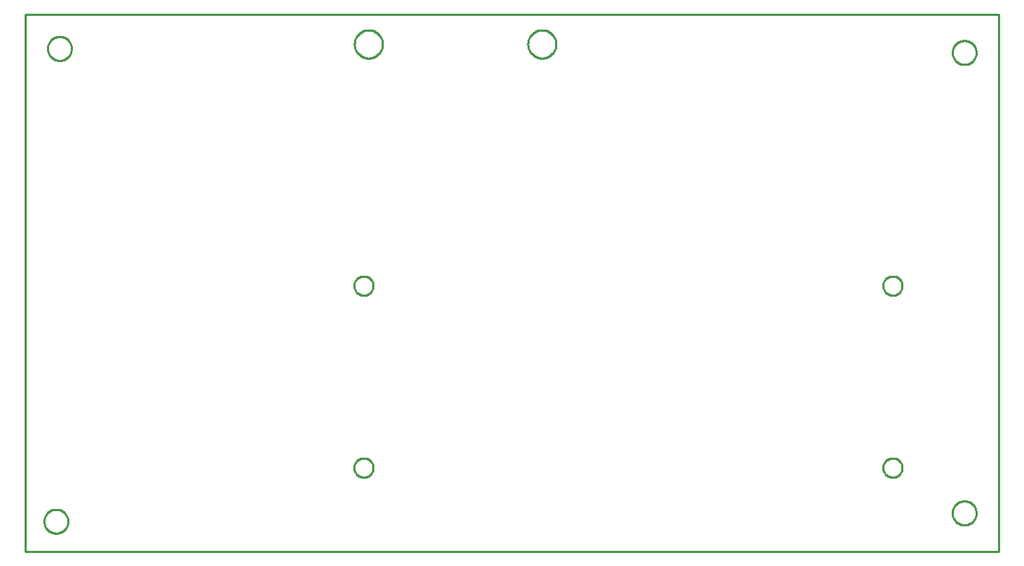
<source format=gbr>
G04 EAGLE Gerber RS-274X export*
G75*
%MOMM*%
%FSLAX34Y34*%
%LPD*%
%IN*%
%IPPOS*%
%AMOC8*
5,1,8,0,0,1.08239X$1,22.5*%
G01*
%ADD10C,0.254000*%


D10*
X80000Y45000D02*
X1220000Y45000D01*
X1220000Y675000D01*
X80000Y675000D01*
X80000Y45000D01*
X1095488Y345290D02*
X1094607Y345359D01*
X1093734Y345498D01*
X1092874Y345704D01*
X1092033Y345977D01*
X1091216Y346316D01*
X1090429Y346717D01*
X1089675Y347179D01*
X1088960Y347698D01*
X1088288Y348273D01*
X1087663Y348898D01*
X1087088Y349570D01*
X1086569Y350285D01*
X1086107Y351039D01*
X1085706Y351826D01*
X1085367Y352643D01*
X1085094Y353484D01*
X1084888Y354344D01*
X1084749Y355217D01*
X1084680Y356098D01*
X1084680Y356982D01*
X1084749Y357863D01*
X1084888Y358736D01*
X1085094Y359596D01*
X1085367Y360437D01*
X1085706Y361254D01*
X1086107Y362041D01*
X1086569Y362795D01*
X1087088Y363510D01*
X1087663Y364182D01*
X1088288Y364808D01*
X1088960Y365382D01*
X1089675Y365901D01*
X1090429Y366363D01*
X1091216Y366765D01*
X1092033Y367103D01*
X1092874Y367376D01*
X1093734Y367582D01*
X1094607Y367721D01*
X1095488Y367790D01*
X1096372Y367790D01*
X1097253Y367721D01*
X1098126Y367582D01*
X1098986Y367376D01*
X1099827Y367103D01*
X1100644Y366765D01*
X1101431Y366363D01*
X1102185Y365901D01*
X1102900Y365382D01*
X1103572Y364808D01*
X1104198Y364182D01*
X1104772Y363510D01*
X1105291Y362795D01*
X1105753Y362041D01*
X1106155Y361254D01*
X1106493Y360437D01*
X1106766Y359596D01*
X1106972Y358736D01*
X1107111Y357863D01*
X1107180Y356982D01*
X1107180Y356098D01*
X1107111Y355217D01*
X1106972Y354344D01*
X1106766Y353484D01*
X1106493Y352643D01*
X1106155Y351826D01*
X1105753Y351039D01*
X1105291Y350285D01*
X1104772Y349570D01*
X1104198Y348898D01*
X1103572Y348273D01*
X1102900Y347698D01*
X1102185Y347179D01*
X1101431Y346717D01*
X1100644Y346316D01*
X1099827Y345977D01*
X1098986Y345704D01*
X1098126Y345498D01*
X1097253Y345359D01*
X1096372Y345290D01*
X1095488Y345290D01*
X1095488Y131890D02*
X1094607Y131959D01*
X1093734Y132098D01*
X1092874Y132304D01*
X1092033Y132577D01*
X1091216Y132916D01*
X1090429Y133317D01*
X1089675Y133779D01*
X1088960Y134298D01*
X1088288Y134873D01*
X1087663Y135498D01*
X1087088Y136170D01*
X1086569Y136885D01*
X1086107Y137639D01*
X1085706Y138426D01*
X1085367Y139243D01*
X1085094Y140084D01*
X1084888Y140944D01*
X1084749Y141817D01*
X1084680Y142698D01*
X1084680Y143582D01*
X1084749Y144463D01*
X1084888Y145336D01*
X1085094Y146196D01*
X1085367Y147037D01*
X1085706Y147854D01*
X1086107Y148641D01*
X1086569Y149395D01*
X1087088Y150110D01*
X1087663Y150782D01*
X1088288Y151408D01*
X1088960Y151982D01*
X1089675Y152501D01*
X1090429Y152963D01*
X1091216Y153365D01*
X1092033Y153703D01*
X1092874Y153976D01*
X1093734Y154182D01*
X1094607Y154321D01*
X1095488Y154390D01*
X1096372Y154390D01*
X1097253Y154321D01*
X1098126Y154182D01*
X1098986Y153976D01*
X1099827Y153703D01*
X1100644Y153365D01*
X1101431Y152963D01*
X1102185Y152501D01*
X1102900Y151982D01*
X1103572Y151408D01*
X1104198Y150782D01*
X1104772Y150110D01*
X1105291Y149395D01*
X1105753Y148641D01*
X1106155Y147854D01*
X1106493Y147037D01*
X1106766Y146196D01*
X1106972Y145336D01*
X1107111Y144463D01*
X1107180Y143582D01*
X1107180Y142698D01*
X1107111Y141817D01*
X1106972Y140944D01*
X1106766Y140084D01*
X1106493Y139243D01*
X1106155Y138426D01*
X1105753Y137639D01*
X1105291Y136885D01*
X1104772Y136170D01*
X1104198Y135498D01*
X1103572Y134873D01*
X1102900Y134298D01*
X1102185Y133779D01*
X1101431Y133317D01*
X1100644Y132916D01*
X1099827Y132577D01*
X1098986Y132304D01*
X1098126Y132098D01*
X1097253Y131959D01*
X1096372Y131890D01*
X1095488Y131890D01*
X475688Y131890D02*
X474807Y131959D01*
X473934Y132098D01*
X473074Y132304D01*
X472233Y132577D01*
X471416Y132916D01*
X470629Y133317D01*
X469875Y133779D01*
X469160Y134298D01*
X468488Y134873D01*
X467863Y135498D01*
X467288Y136170D01*
X466769Y136885D01*
X466307Y137639D01*
X465906Y138426D01*
X465567Y139243D01*
X465294Y140084D01*
X465088Y140944D01*
X464949Y141817D01*
X464880Y142698D01*
X464880Y143582D01*
X464949Y144463D01*
X465088Y145336D01*
X465294Y146196D01*
X465567Y147037D01*
X465906Y147854D01*
X466307Y148641D01*
X466769Y149395D01*
X467288Y150110D01*
X467863Y150782D01*
X468488Y151408D01*
X469160Y151982D01*
X469875Y152501D01*
X470629Y152963D01*
X471416Y153365D01*
X472233Y153703D01*
X473074Y153976D01*
X473934Y154182D01*
X474807Y154321D01*
X475688Y154390D01*
X476572Y154390D01*
X477453Y154321D01*
X478326Y154182D01*
X479186Y153976D01*
X480027Y153703D01*
X480844Y153365D01*
X481631Y152963D01*
X482385Y152501D01*
X483100Y151982D01*
X483772Y151408D01*
X484398Y150782D01*
X484972Y150110D01*
X485491Y149395D01*
X485953Y148641D01*
X486355Y147854D01*
X486693Y147037D01*
X486966Y146196D01*
X487172Y145336D01*
X487311Y144463D01*
X487380Y143582D01*
X487380Y142698D01*
X487311Y141817D01*
X487172Y140944D01*
X486966Y140084D01*
X486693Y139243D01*
X486355Y138426D01*
X485953Y137639D01*
X485491Y136885D01*
X484972Y136170D01*
X484398Y135498D01*
X483772Y134873D01*
X483100Y134298D01*
X482385Y133779D01*
X481631Y133317D01*
X480844Y132916D01*
X480027Y132577D01*
X479186Y132304D01*
X478326Y132098D01*
X477453Y131959D01*
X476572Y131890D01*
X475688Y131890D01*
X475688Y345290D02*
X474807Y345359D01*
X473934Y345498D01*
X473074Y345704D01*
X472233Y345977D01*
X471416Y346316D01*
X470629Y346717D01*
X469875Y347179D01*
X469160Y347698D01*
X468488Y348273D01*
X467863Y348898D01*
X467288Y349570D01*
X466769Y350285D01*
X466307Y351039D01*
X465906Y351826D01*
X465567Y352643D01*
X465294Y353484D01*
X465088Y354344D01*
X464949Y355217D01*
X464880Y356098D01*
X464880Y356982D01*
X464949Y357863D01*
X465088Y358736D01*
X465294Y359596D01*
X465567Y360437D01*
X465906Y361254D01*
X466307Y362041D01*
X466769Y362795D01*
X467288Y363510D01*
X467863Y364182D01*
X468488Y364808D01*
X469160Y365382D01*
X469875Y365901D01*
X470629Y366363D01*
X471416Y366765D01*
X472233Y367103D01*
X473074Y367376D01*
X473934Y367582D01*
X474807Y367721D01*
X475688Y367790D01*
X476572Y367790D01*
X477453Y367721D01*
X478326Y367582D01*
X479186Y367376D01*
X480027Y367103D01*
X480844Y366765D01*
X481631Y366363D01*
X482385Y365901D01*
X483100Y365382D01*
X483772Y364808D01*
X484398Y364182D01*
X484972Y363510D01*
X485491Y362795D01*
X485953Y362041D01*
X486355Y361254D01*
X486693Y360437D01*
X486966Y359596D01*
X487172Y358736D01*
X487311Y357863D01*
X487380Y356982D01*
X487380Y356098D01*
X487311Y355217D01*
X487172Y354344D01*
X486966Y353484D01*
X486693Y352643D01*
X486355Y351826D01*
X485953Y351039D01*
X485491Y350285D01*
X484972Y349570D01*
X484398Y348898D01*
X483772Y348273D01*
X483100Y347698D01*
X482385Y347179D01*
X481631Y346717D01*
X480844Y346316D01*
X480027Y345977D01*
X479186Y345704D01*
X478326Y345498D01*
X477453Y345359D01*
X476572Y345290D01*
X475688Y345290D01*
X133960Y634260D02*
X133889Y633263D01*
X133746Y632273D01*
X133534Y631296D01*
X133252Y630336D01*
X132903Y629399D01*
X132487Y628489D01*
X132008Y627612D01*
X131467Y626770D01*
X130868Y625970D01*
X130213Y625214D01*
X129506Y624507D01*
X128750Y623852D01*
X127950Y623253D01*
X127108Y622712D01*
X126231Y622233D01*
X125321Y621817D01*
X124384Y621468D01*
X123425Y621186D01*
X122447Y620974D01*
X121458Y620831D01*
X120460Y620760D01*
X119460Y620760D01*
X118463Y620831D01*
X117473Y620974D01*
X116496Y621186D01*
X115536Y621468D01*
X114599Y621817D01*
X113689Y622233D01*
X112812Y622712D01*
X111970Y623253D01*
X111170Y623852D01*
X110414Y624507D01*
X109707Y625214D01*
X109052Y625970D01*
X108453Y626770D01*
X107912Y627612D01*
X107433Y628489D01*
X107017Y629399D01*
X106668Y630336D01*
X106386Y631296D01*
X106174Y632273D01*
X106031Y633263D01*
X105960Y634260D01*
X105960Y635260D01*
X106031Y636258D01*
X106174Y637247D01*
X106386Y638225D01*
X106668Y639184D01*
X107017Y640121D01*
X107433Y641031D01*
X107912Y641908D01*
X108453Y642750D01*
X109052Y643550D01*
X109707Y644306D01*
X110414Y645013D01*
X111170Y645668D01*
X111970Y646267D01*
X112812Y646808D01*
X113689Y647287D01*
X114599Y647703D01*
X115536Y648052D01*
X116496Y648334D01*
X117473Y648546D01*
X118463Y648689D01*
X119460Y648760D01*
X120460Y648760D01*
X121458Y648689D01*
X122447Y648546D01*
X123425Y648334D01*
X124384Y648052D01*
X125321Y647703D01*
X126231Y647287D01*
X127108Y646808D01*
X127950Y646267D01*
X128750Y645668D01*
X129506Y645013D01*
X130213Y644306D01*
X130868Y643550D01*
X131467Y642750D01*
X132008Y641908D01*
X132487Y641031D01*
X132903Y640121D01*
X133252Y639184D01*
X133534Y638225D01*
X133746Y637247D01*
X133889Y636258D01*
X133960Y635260D01*
X133960Y634260D01*
X1194000Y629500D02*
X1193929Y628503D01*
X1193786Y627513D01*
X1193574Y626536D01*
X1193292Y625576D01*
X1192943Y624639D01*
X1192527Y623729D01*
X1192048Y622852D01*
X1191507Y622010D01*
X1190908Y621210D01*
X1190253Y620454D01*
X1189546Y619747D01*
X1188790Y619092D01*
X1187990Y618493D01*
X1187148Y617952D01*
X1186271Y617473D01*
X1185361Y617057D01*
X1184424Y616708D01*
X1183465Y616426D01*
X1182487Y616214D01*
X1181498Y616071D01*
X1180500Y616000D01*
X1179500Y616000D01*
X1178503Y616071D01*
X1177513Y616214D01*
X1176536Y616426D01*
X1175576Y616708D01*
X1174639Y617057D01*
X1173729Y617473D01*
X1172852Y617952D01*
X1172010Y618493D01*
X1171210Y619092D01*
X1170454Y619747D01*
X1169747Y620454D01*
X1169092Y621210D01*
X1168493Y622010D01*
X1167952Y622852D01*
X1167473Y623729D01*
X1167057Y624639D01*
X1166708Y625576D01*
X1166426Y626536D01*
X1166214Y627513D01*
X1166071Y628503D01*
X1166000Y629500D01*
X1166000Y630500D01*
X1166071Y631498D01*
X1166214Y632487D01*
X1166426Y633465D01*
X1166708Y634424D01*
X1167057Y635361D01*
X1167473Y636271D01*
X1167952Y637148D01*
X1168493Y637990D01*
X1169092Y638790D01*
X1169747Y639546D01*
X1170454Y640253D01*
X1171210Y640908D01*
X1172010Y641507D01*
X1172852Y642048D01*
X1173729Y642527D01*
X1174639Y642943D01*
X1175576Y643292D01*
X1176536Y643574D01*
X1177513Y643786D01*
X1178503Y643929D01*
X1179500Y644000D01*
X1180500Y644000D01*
X1181498Y643929D01*
X1182487Y643786D01*
X1183465Y643574D01*
X1184424Y643292D01*
X1185361Y642943D01*
X1186271Y642527D01*
X1187148Y642048D01*
X1187990Y641507D01*
X1188790Y640908D01*
X1189546Y640253D01*
X1190253Y639546D01*
X1190908Y638790D01*
X1191507Y637990D01*
X1192048Y637148D01*
X1192527Y636271D01*
X1192943Y635361D01*
X1193292Y634424D01*
X1193574Y633465D01*
X1193786Y632487D01*
X1193929Y631498D01*
X1194000Y630500D01*
X1194000Y629500D01*
X129860Y79760D02*
X129789Y78763D01*
X129646Y77773D01*
X129434Y76796D01*
X129152Y75836D01*
X128803Y74899D01*
X128387Y73989D01*
X127908Y73112D01*
X127367Y72270D01*
X126768Y71470D01*
X126113Y70714D01*
X125406Y70007D01*
X124650Y69352D01*
X123850Y68753D01*
X123008Y68212D01*
X122131Y67733D01*
X121221Y67317D01*
X120284Y66968D01*
X119325Y66686D01*
X118347Y66474D01*
X117358Y66331D01*
X116360Y66260D01*
X115360Y66260D01*
X114363Y66331D01*
X113373Y66474D01*
X112396Y66686D01*
X111436Y66968D01*
X110499Y67317D01*
X109589Y67733D01*
X108712Y68212D01*
X107870Y68753D01*
X107070Y69352D01*
X106314Y70007D01*
X105607Y70714D01*
X104952Y71470D01*
X104353Y72270D01*
X103812Y73112D01*
X103333Y73989D01*
X102917Y74899D01*
X102568Y75836D01*
X102286Y76796D01*
X102074Y77773D01*
X101931Y78763D01*
X101860Y79760D01*
X101860Y80760D01*
X101931Y81758D01*
X102074Y82747D01*
X102286Y83725D01*
X102568Y84684D01*
X102917Y85621D01*
X103333Y86531D01*
X103812Y87408D01*
X104353Y88250D01*
X104952Y89050D01*
X105607Y89806D01*
X106314Y90513D01*
X107070Y91168D01*
X107870Y91767D01*
X108712Y92308D01*
X109589Y92787D01*
X110499Y93203D01*
X111436Y93552D01*
X112396Y93834D01*
X113373Y94046D01*
X114363Y94189D01*
X115360Y94260D01*
X116360Y94260D01*
X117358Y94189D01*
X118347Y94046D01*
X119325Y93834D01*
X120284Y93552D01*
X121221Y93203D01*
X122131Y92787D01*
X123008Y92308D01*
X123850Y91767D01*
X124650Y91168D01*
X125406Y90513D01*
X126113Y89806D01*
X126768Y89050D01*
X127367Y88250D01*
X127908Y87408D01*
X128387Y86531D01*
X128803Y85621D01*
X129152Y84684D01*
X129434Y83725D01*
X129646Y82747D01*
X129789Y81758D01*
X129860Y80760D01*
X129860Y79760D01*
X498410Y639380D02*
X498339Y638301D01*
X498198Y637229D01*
X497987Y636169D01*
X497708Y635125D01*
X497360Y634101D01*
X496946Y633103D01*
X496468Y632133D01*
X495928Y631197D01*
X495327Y630298D01*
X494669Y629441D01*
X493957Y628628D01*
X493192Y627864D01*
X492379Y627151D01*
X491522Y626493D01*
X490623Y625892D01*
X489687Y625352D01*
X488717Y624874D01*
X487719Y624460D01*
X486695Y624112D01*
X485651Y623833D01*
X484591Y623622D01*
X483519Y623481D01*
X482440Y623410D01*
X481360Y623410D01*
X480281Y623481D01*
X479209Y623622D01*
X478149Y623833D01*
X477105Y624112D01*
X476081Y624460D01*
X475083Y624874D01*
X474113Y625352D01*
X473177Y625892D01*
X472278Y626493D01*
X471421Y627151D01*
X470608Y627864D01*
X469844Y628628D01*
X469131Y629441D01*
X468473Y630298D01*
X467872Y631197D01*
X467332Y632133D01*
X466854Y633103D01*
X466440Y634101D01*
X466092Y635125D01*
X465813Y636169D01*
X465602Y637229D01*
X465461Y638301D01*
X465390Y639380D01*
X465390Y640460D01*
X465461Y641539D01*
X465602Y642611D01*
X465813Y643671D01*
X466092Y644715D01*
X466440Y645739D01*
X466854Y646737D01*
X467332Y647707D01*
X467872Y648643D01*
X468473Y649542D01*
X469131Y650399D01*
X469844Y651212D01*
X470608Y651977D01*
X471421Y652689D01*
X472278Y653347D01*
X473177Y653948D01*
X474113Y654488D01*
X475083Y654966D01*
X476081Y655380D01*
X477105Y655728D01*
X478149Y656007D01*
X479209Y656218D01*
X480281Y656359D01*
X481360Y656430D01*
X482440Y656430D01*
X483519Y656359D01*
X484591Y656218D01*
X485651Y656007D01*
X486695Y655728D01*
X487719Y655380D01*
X488717Y654966D01*
X489687Y654488D01*
X490623Y653948D01*
X491522Y653347D01*
X492379Y652689D01*
X493192Y651977D01*
X493957Y651212D01*
X494669Y650399D01*
X495327Y649542D01*
X495928Y648643D01*
X496468Y647707D01*
X496946Y646737D01*
X497360Y645739D01*
X497708Y644715D01*
X497987Y643671D01*
X498198Y642611D01*
X498339Y641539D01*
X498410Y640460D01*
X498410Y639380D01*
X701610Y639380D02*
X701539Y638301D01*
X701398Y637229D01*
X701187Y636169D01*
X700908Y635125D01*
X700560Y634101D01*
X700146Y633103D01*
X699668Y632133D01*
X699128Y631197D01*
X698527Y630298D01*
X697869Y629441D01*
X697157Y628628D01*
X696392Y627864D01*
X695579Y627151D01*
X694722Y626493D01*
X693823Y625892D01*
X692887Y625352D01*
X691917Y624874D01*
X690919Y624460D01*
X689895Y624112D01*
X688851Y623833D01*
X687791Y623622D01*
X686719Y623481D01*
X685640Y623410D01*
X684560Y623410D01*
X683481Y623481D01*
X682409Y623622D01*
X681349Y623833D01*
X680305Y624112D01*
X679281Y624460D01*
X678283Y624874D01*
X677313Y625352D01*
X676377Y625892D01*
X675478Y626493D01*
X674621Y627151D01*
X673808Y627864D01*
X673044Y628628D01*
X672331Y629441D01*
X671673Y630298D01*
X671072Y631197D01*
X670532Y632133D01*
X670054Y633103D01*
X669640Y634101D01*
X669292Y635125D01*
X669013Y636169D01*
X668802Y637229D01*
X668661Y638301D01*
X668590Y639380D01*
X668590Y640460D01*
X668661Y641539D01*
X668802Y642611D01*
X669013Y643671D01*
X669292Y644715D01*
X669640Y645739D01*
X670054Y646737D01*
X670532Y647707D01*
X671072Y648643D01*
X671673Y649542D01*
X672331Y650399D01*
X673044Y651212D01*
X673808Y651977D01*
X674621Y652689D01*
X675478Y653347D01*
X676377Y653948D01*
X677313Y654488D01*
X678283Y654966D01*
X679281Y655380D01*
X680305Y655728D01*
X681349Y656007D01*
X682409Y656218D01*
X683481Y656359D01*
X684560Y656430D01*
X685640Y656430D01*
X686719Y656359D01*
X687791Y656218D01*
X688851Y656007D01*
X689895Y655728D01*
X690919Y655380D01*
X691917Y654966D01*
X692887Y654488D01*
X693823Y653948D01*
X694722Y653347D01*
X695579Y652689D01*
X696392Y651977D01*
X697157Y651212D01*
X697869Y650399D01*
X698527Y649542D01*
X699128Y648643D01*
X699668Y647707D01*
X700146Y646737D01*
X700560Y645739D01*
X700908Y644715D01*
X701187Y643671D01*
X701398Y642611D01*
X701539Y641539D01*
X701610Y640460D01*
X701610Y639380D01*
X1194000Y89500D02*
X1193929Y88503D01*
X1193786Y87513D01*
X1193574Y86536D01*
X1193292Y85576D01*
X1192943Y84639D01*
X1192527Y83729D01*
X1192048Y82852D01*
X1191507Y82010D01*
X1190908Y81210D01*
X1190253Y80454D01*
X1189546Y79747D01*
X1188790Y79092D01*
X1187990Y78493D01*
X1187148Y77952D01*
X1186271Y77473D01*
X1185361Y77057D01*
X1184424Y76708D01*
X1183465Y76426D01*
X1182487Y76214D01*
X1181498Y76071D01*
X1180500Y76000D01*
X1179500Y76000D01*
X1178503Y76071D01*
X1177513Y76214D01*
X1176536Y76426D01*
X1175576Y76708D01*
X1174639Y77057D01*
X1173729Y77473D01*
X1172852Y77952D01*
X1172010Y78493D01*
X1171210Y79092D01*
X1170454Y79747D01*
X1169747Y80454D01*
X1169092Y81210D01*
X1168493Y82010D01*
X1167952Y82852D01*
X1167473Y83729D01*
X1167057Y84639D01*
X1166708Y85576D01*
X1166426Y86536D01*
X1166214Y87513D01*
X1166071Y88503D01*
X1166000Y89500D01*
X1166000Y90500D01*
X1166071Y91498D01*
X1166214Y92487D01*
X1166426Y93465D01*
X1166708Y94424D01*
X1167057Y95361D01*
X1167473Y96271D01*
X1167952Y97148D01*
X1168493Y97990D01*
X1169092Y98790D01*
X1169747Y99546D01*
X1170454Y100253D01*
X1171210Y100908D01*
X1172010Y101507D01*
X1172852Y102048D01*
X1173729Y102527D01*
X1174639Y102943D01*
X1175576Y103292D01*
X1176536Y103574D01*
X1177513Y103786D01*
X1178503Y103929D01*
X1179500Y104000D01*
X1180500Y104000D01*
X1181498Y103929D01*
X1182487Y103786D01*
X1183465Y103574D01*
X1184424Y103292D01*
X1185361Y102943D01*
X1186271Y102527D01*
X1187148Y102048D01*
X1187990Y101507D01*
X1188790Y100908D01*
X1189546Y100253D01*
X1190253Y99546D01*
X1190908Y98790D01*
X1191507Y97990D01*
X1192048Y97148D01*
X1192527Y96271D01*
X1192943Y95361D01*
X1193292Y94424D01*
X1193574Y93465D01*
X1193786Y92487D01*
X1193929Y91498D01*
X1194000Y90500D01*
X1194000Y89500D01*
M02*

</source>
